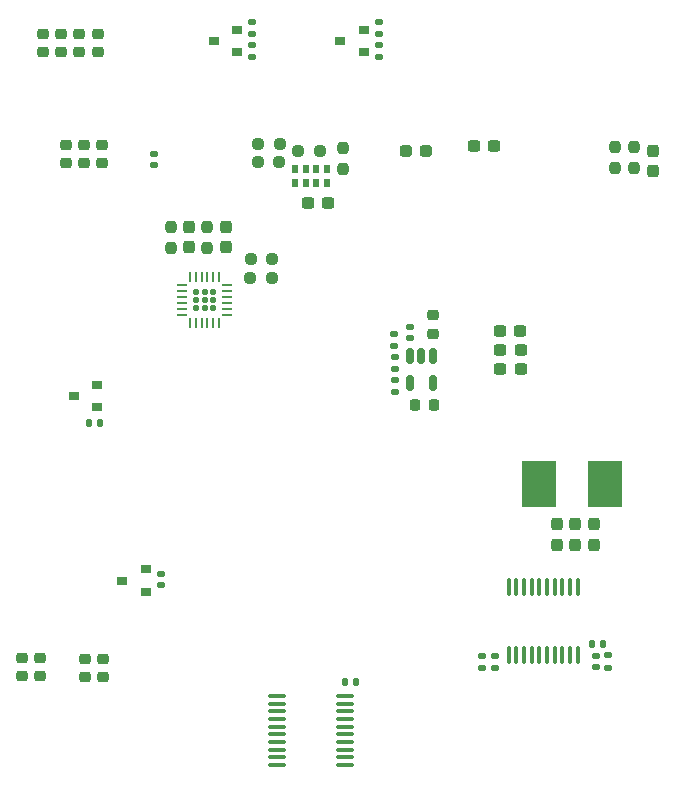
<source format=gtp>
G04 #@! TF.GenerationSoftware,KiCad,Pcbnew,8.0.0*
G04 #@! TF.CreationDate,2024-03-08T00:36:58-06:00*
G04 #@! TF.ProjectId,mn_wild_siren_v2p0,6d6e5f77-696c-4645-9f73-6972656e5f76,rev?*
G04 #@! TF.SameCoordinates,Original*
G04 #@! TF.FileFunction,Paste,Top*
G04 #@! TF.FilePolarity,Positive*
%FSLAX46Y46*%
G04 Gerber Fmt 4.6, Leading zero omitted, Abs format (unit mm)*
G04 Created by KiCad (PCBNEW 8.0.0) date 2024-03-08 00:36:58*
%MOMM*%
%LPD*%
G01*
G04 APERTURE LIST*
G04 Aperture macros list*
%AMRoundRect*
0 Rectangle with rounded corners*
0 $1 Rounding radius*
0 $2 $3 $4 $5 $6 $7 $8 $9 X,Y pos of 4 corners*
0 Add a 4 corners polygon primitive as box body*
4,1,4,$2,$3,$4,$5,$6,$7,$8,$9,$2,$3,0*
0 Add four circle primitives for the rounded corners*
1,1,$1+$1,$2,$3*
1,1,$1+$1,$4,$5*
1,1,$1+$1,$6,$7*
1,1,$1+$1,$8,$9*
0 Add four rect primitives between the rounded corners*
20,1,$1+$1,$2,$3,$4,$5,0*
20,1,$1+$1,$4,$5,$6,$7,0*
20,1,$1+$1,$6,$7,$8,$9,0*
20,1,$1+$1,$8,$9,$2,$3,0*%
G04 Aperture macros list end*
%ADD10RoundRect,0.237500X0.287500X0.237500X-0.287500X0.237500X-0.287500X-0.237500X0.287500X-0.237500X0*%
%ADD11RoundRect,0.225000X-0.250000X0.225000X-0.250000X-0.225000X0.250000X-0.225000X0.250000X0.225000X0*%
%ADD12RoundRect,0.147500X-0.147500X-0.172500X0.147500X-0.172500X0.147500X0.172500X-0.147500X0.172500X0*%
%ADD13RoundRect,0.218750X0.256250X-0.218750X0.256250X0.218750X-0.256250X0.218750X-0.256250X-0.218750X0*%
%ADD14R,0.900000X0.800000*%
%ADD15RoundRect,0.147500X-0.172500X0.147500X-0.172500X-0.147500X0.172500X-0.147500X0.172500X0.147500X0*%
%ADD16RoundRect,0.147500X0.172500X-0.147500X0.172500X0.147500X-0.172500X0.147500X-0.172500X-0.147500X0*%
%ADD17RoundRect,0.100000X-0.637500X-0.100000X0.637500X-0.100000X0.637500X0.100000X-0.637500X0.100000X0*%
%ADD18RoundRect,0.150000X-0.150000X0.512500X-0.150000X-0.512500X0.150000X-0.512500X0.150000X0.512500X0*%
%ADD19RoundRect,0.237500X-0.250000X-0.237500X0.250000X-0.237500X0.250000X0.237500X-0.250000X0.237500X0*%
%ADD20RoundRect,0.237500X-0.237500X0.300000X-0.237500X-0.300000X0.237500X-0.300000X0.237500X0.300000X0*%
%ADD21RoundRect,0.225000X0.250000X-0.225000X0.250000X0.225000X-0.250000X0.225000X-0.250000X-0.225000X0*%
%ADD22RoundRect,0.237500X0.250000X0.237500X-0.250000X0.237500X-0.250000X-0.237500X0.250000X-0.237500X0*%
%ADD23RoundRect,0.135000X0.185000X-0.135000X0.185000X0.135000X-0.185000X0.135000X-0.185000X-0.135000X0*%
%ADD24RoundRect,0.237500X-0.300000X-0.237500X0.300000X-0.237500X0.300000X0.237500X-0.300000X0.237500X0*%
%ADD25RoundRect,0.140000X-0.140000X-0.140000X0.140000X-0.140000X0.140000X0.140000X-0.140000X0.140000X0*%
%ADD26RoundRect,0.062500X-0.375000X-0.062500X0.375000X-0.062500X0.375000X0.062500X-0.375000X0.062500X0*%
%ADD27RoundRect,0.062500X-0.062500X-0.375000X0.062500X-0.375000X0.062500X0.375000X-0.062500X0.375000X0*%
%ADD28RoundRect,0.225000X0.225000X0.250000X-0.225000X0.250000X-0.225000X-0.250000X0.225000X-0.250000X0*%
%ADD29RoundRect,0.237500X-0.237500X0.250000X-0.237500X-0.250000X0.237500X-0.250000X0.237500X0.250000X0*%
%ADD30RoundRect,0.237500X0.300000X0.237500X-0.300000X0.237500X-0.300000X-0.237500X0.300000X-0.237500X0*%
%ADD31RoundRect,0.135000X-0.185000X0.135000X-0.185000X-0.135000X0.185000X-0.135000X0.185000X0.135000X0*%
%ADD32RoundRect,0.140000X-0.140000X-0.170000X0.140000X-0.170000X0.140000X0.170000X-0.140000X0.170000X0*%
%ADD33RoundRect,0.237500X0.237500X-0.300000X0.237500X0.300000X-0.237500X0.300000X-0.237500X-0.300000X0*%
%ADD34RoundRect,0.100000X-0.100000X0.637500X-0.100000X-0.637500X0.100000X-0.637500X0.100000X0.637500X0*%
%ADD35R,3.000000X4.000000*%
%ADD36R,0.500000X0.800000*%
%ADD37RoundRect,0.237500X0.237500X-0.250000X0.237500X0.250000X-0.237500X0.250000X-0.237500X-0.250000X0*%
G04 APERTURE END LIST*
D10*
X219809999Y-81790000D03*
X218059999Y-81790000D03*
D11*
X189270000Y-81295000D03*
X189270000Y-82845000D03*
D12*
X212905000Y-126760000D03*
X213875000Y-126760000D03*
D11*
X192340000Y-81275000D03*
X192340000Y-82825000D03*
X190810000Y-81285000D03*
X190810000Y-82835000D03*
D13*
X220370400Y-97282200D03*
X220370400Y-95707200D03*
D14*
X191960000Y-103500000D03*
X191960000Y-101600000D03*
X189960000Y-102550000D03*
X196070000Y-119120000D03*
X196070000Y-117220000D03*
X194070000Y-118170000D03*
X214540000Y-73450000D03*
X214540000Y-71550000D03*
X212540000Y-72500000D03*
X203790000Y-73450000D03*
X203790000Y-71550000D03*
X201790000Y-72500000D03*
D12*
X191245000Y-104850000D03*
X192215000Y-104850000D03*
D15*
X197370000Y-117575000D03*
X197370000Y-118545000D03*
D16*
X196710000Y-82995000D03*
X196710000Y-82025000D03*
X217120000Y-102175000D03*
X217120000Y-101205000D03*
D15*
X217130000Y-99265000D03*
X217130000Y-100235000D03*
D16*
X234140000Y-125520000D03*
X234140000Y-124550000D03*
X215790000Y-73815000D03*
X215790000Y-72845000D03*
X205060000Y-73805000D03*
X205060000Y-72835000D03*
D17*
X207167500Y-127925000D03*
X207167500Y-128575000D03*
X207167500Y-129225000D03*
X207167500Y-129875000D03*
X207167500Y-130525000D03*
X207167500Y-131175000D03*
X207167500Y-131825000D03*
X207167500Y-132475000D03*
X207167500Y-133125000D03*
X207167500Y-133775000D03*
X212892500Y-133775000D03*
X212892500Y-133125000D03*
X212892500Y-132475000D03*
X212892500Y-131825000D03*
X212892500Y-131175000D03*
X212892500Y-130525000D03*
X212892500Y-129875000D03*
X212892500Y-129225000D03*
X212892500Y-128575000D03*
X212892500Y-127925000D03*
D16*
X217110000Y-98280000D03*
X217110000Y-97310000D03*
X218440000Y-97663000D03*
X218440000Y-96693000D03*
D18*
X220345000Y-99187000D03*
X219395000Y-99187000D03*
X218445000Y-99187000D03*
X218445000Y-101462000D03*
X220345000Y-101462000D03*
D19*
X208967700Y-81760700D03*
X210792700Y-81760700D03*
D20*
X232410000Y-113405000D03*
X232410000Y-115130000D03*
D21*
X191970000Y-73435000D03*
X191970000Y-71885000D03*
D22*
X206728700Y-92555400D03*
X204903700Y-92555400D03*
D23*
X224550000Y-125570000D03*
X224550000Y-124550000D03*
D21*
X187350000Y-73415000D03*
X187350000Y-71865000D03*
D24*
X209754300Y-86206500D03*
X211479300Y-86206500D03*
D25*
X200328700Y-93726000D03*
X200328700Y-94426000D03*
X200328700Y-95126000D03*
X201028700Y-93726000D03*
X201028700Y-94426000D03*
X201028700Y-95126000D03*
X201728700Y-93726000D03*
X201728700Y-94426000D03*
X201728700Y-95126000D03*
D26*
X199091200Y-93176000D03*
X199091200Y-93676000D03*
X199091200Y-94176000D03*
X199091200Y-94676000D03*
X199091200Y-95176000D03*
X199091200Y-95676000D03*
D27*
X199778700Y-96363500D03*
X200278700Y-96363500D03*
X200778700Y-96363500D03*
X201278700Y-96363500D03*
X201778700Y-96363500D03*
X202278700Y-96363500D03*
D26*
X202966200Y-95676000D03*
X202966200Y-95176000D03*
X202966200Y-94676000D03*
X202966200Y-94176000D03*
X202966200Y-93676000D03*
X202966200Y-93176000D03*
D27*
X202278700Y-92488500D03*
X201778700Y-92488500D03*
X201278700Y-92488500D03*
X200778700Y-92488500D03*
X200278700Y-92488500D03*
X199778700Y-92488500D03*
D28*
X220421200Y-103301800D03*
X218871200Y-103301800D03*
D21*
X188910000Y-73435000D03*
X188910000Y-71885000D03*
D29*
X235788200Y-81436200D03*
X235788200Y-83261200D03*
D21*
X185547000Y-126264000D03*
X185547000Y-124714000D03*
D29*
X198170800Y-88190700D03*
X198170800Y-90015700D03*
D23*
X225600000Y-125580000D03*
X225600000Y-124560000D03*
D30*
X227780000Y-97060000D03*
X226055000Y-97060000D03*
D20*
X230860000Y-113405000D03*
X230860000Y-115130000D03*
D31*
X215780000Y-70880000D03*
X215780000Y-71900000D03*
D32*
X233810000Y-123570000D03*
X234770000Y-123570000D03*
D33*
X202820900Y-89964600D03*
X202820900Y-88239600D03*
D34*
X232615000Y-118737500D03*
X231965000Y-118737500D03*
X231315000Y-118737500D03*
X230665000Y-118737500D03*
X230015000Y-118737500D03*
X229365000Y-118737500D03*
X228715000Y-118737500D03*
X228065000Y-118737500D03*
X227415000Y-118737500D03*
X226765000Y-118737500D03*
X226765000Y-124462500D03*
X227415000Y-124462500D03*
X228065000Y-124462500D03*
X228715000Y-124462500D03*
X229365000Y-124462500D03*
X230015000Y-124462500D03*
X230665000Y-124462500D03*
X231315000Y-124462500D03*
X231965000Y-124462500D03*
X232615000Y-124462500D03*
D19*
X205566000Y-81203800D03*
X207391000Y-81203800D03*
D21*
X192443400Y-126327200D03*
X192443400Y-124777200D03*
D23*
X235220000Y-125530000D03*
X235220000Y-124510000D03*
D31*
X205070000Y-70890000D03*
X205070000Y-71910000D03*
D29*
X201271500Y-88188800D03*
X201271500Y-90013800D03*
D33*
X199747500Y-89964600D03*
X199747500Y-88239600D03*
D29*
X237364900Y-81438100D03*
X237364900Y-83263100D03*
D20*
X233980000Y-113405000D03*
X233980000Y-115130000D03*
D21*
X190910000Y-126330000D03*
X190910000Y-124780000D03*
D35*
X229370000Y-109990000D03*
X234970000Y-109990000D03*
D19*
X205540600Y-82727800D03*
X207365600Y-82727800D03*
D36*
X208689800Y-84512000D03*
X209589800Y-84512000D03*
X210489800Y-84512000D03*
X211389800Y-84512000D03*
X211389800Y-83312000D03*
X210489800Y-83312000D03*
X209589800Y-83312000D03*
X208689800Y-83312000D03*
D30*
X227782500Y-98650000D03*
X226057500Y-98650000D03*
D37*
X212725000Y-83337400D03*
X212725000Y-81512400D03*
D22*
X206754100Y-90980600D03*
X204929100Y-90980600D03*
D21*
X187095000Y-126275000D03*
X187095000Y-124725000D03*
D30*
X225555000Y-81340000D03*
X223830000Y-81340000D03*
D20*
X239010000Y-81770000D03*
X239010000Y-83495000D03*
D21*
X190430000Y-73435000D03*
X190430000Y-71885000D03*
D30*
X227802500Y-100250000D03*
X226077500Y-100250000D03*
M02*

</source>
